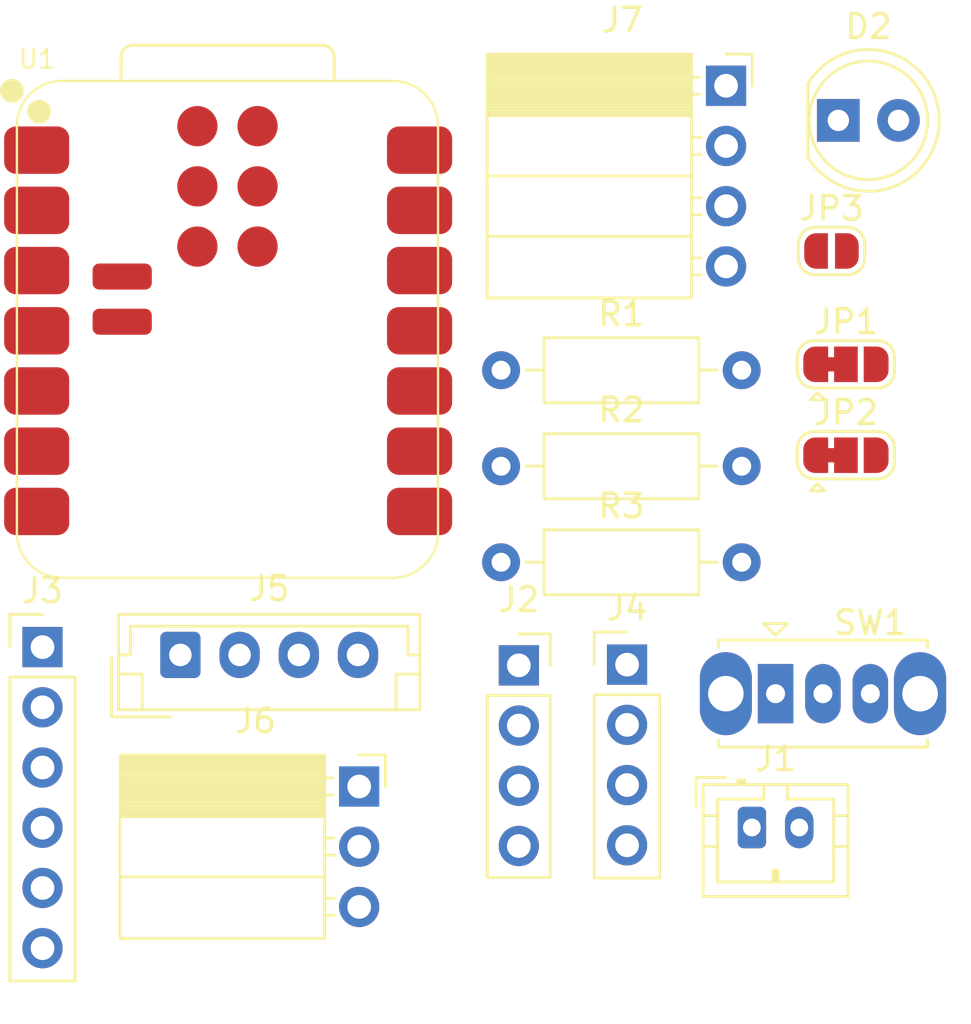
<source format=kicad_pcb>
(kicad_pcb (version 20241229) (generator "pcbnew") (generator_version "9.0")
  (layers (0 "F.Cu" signal) (2 "B.Cu" signal) (13 "F.Paste" user) (15 "B.Paste" user) (5 "F.SilkS" user "F.Silkscreen") (7 "B.SilkS" user "B.Silkscreen") (1 "F.Mask" user) (3 "B.Mask" user) (25 "Edge.Cuts" user))
  (net 0 "")
  (net 1 "GND")
  (net 2 "Net-(D2-A)")
  (net 3 "Net-(J1-Pin_1)")
  (net 4 "Net-(J2-Pin_2)")
  (net 5 "Net-(J2-Pin_1)")
  (net 6 "Net-(J2-Pin_3)")
  (net 7 "Net-(J2-Pin_4)")
  (net 8 "+3V3")
  (net 9 "Net-(J3-Pin_5)")
  (net 10 "Net-(J3-Pin_4)")
  (net 11 "Net-(J3-Pin_6)")
  (net 12 "Net-(J3-Pin_3)")
  (net 13 "Net-(J4-Pin_1)")
  (net 15 "+5V")
  (net 17 "Net-(J6-Pin_2)")
  (net 19 "Net-(J7-Pin_4)")
  (net 20 "Net-(JP3-B)")
  (net 21 "Net-(U1-D3)")
  (net 22 "/bat+")
  (footprint "Connector_JST:JST_PH_B2B-PH-K_1x02_P2.00mm_Vertical" (layer "F.Cu") (at 160 106.5)
    (property "Reference" "J1" (at 1 -2.9 0) (layer "F.SilkS"))
    (property "Value" "battery")
    (fp_line (start -2.36 -2.11) (end -2.36 -0.86) (stroke (width 0.12)) (layer "F.SilkS"))
    (fp_line (start -2.06 -1.81) (end -2.06 2.91) (stroke (width 0.12)) (layer "F.SilkS"))
    (fp_line (start -2.06 -0.5) (end -1.45 -0.5) (stroke (width 0.12)) (layer "F.SilkS"))
    (fp_line (start -2.06 0.8) (end -1.45 0.8) (stroke (width 0.12)) (layer "F.SilkS"))
    (fp_line (start -2.06 2.91) (end 4.06 2.91) (stroke (width 0.12)) (layer "F.SilkS"))
    (fp_line (start -1.45 -1.2) (end -1.45 2.3) (stroke (width 0.12)) (layer "F.SilkS"))
    (fp_line (start -1.45 2.3) (end 3.45 2.3) (stroke (width 0.12)) (layer "F.SilkS"))
    (fp_line (start -1.11 -2.11) (end -2.36 -2.11) (stroke (width 0.12)) (layer "F.SilkS"))
    (fp_line (start -0.6 -2.01) (end -0.6 -1.81) (stroke (width 0.12)) (layer "F.SilkS"))
    (fp_line (start -0.3 -2.01) (end -0.6 -2.01) (stroke (width 0.12)) (layer "F.SilkS"))
    (fp_line (start -0.3 -1.91) (end -0.6 -1.91) (stroke (width 0.12)) (layer "F.SilkS"))
    (fp_line (start -0.3 -1.81) (end -0.3 -2.01) (stroke (width 0.12)) (layer "F.SilkS"))
    (fp_line (start 0.5 -1.81) (end 0.5 -1.2) (stroke (width 0.12)) (layer "F.SilkS"))
    (fp_line (start 0.5 -1.2) (end -1.45 -1.2) (stroke (width 0.12)) (layer "F.SilkS"))
    (fp_line (start 0.9 1.8) (end 1.1 1.8) (stroke (width 0.12)) (layer "F.SilkS"))
    (fp_line (start 0.9 2.3) (end 0.9 1.8) (stroke (width 0.12)) (layer "F.SilkS"))
    (fp_line (start 1 2.3) (end 1 1.8) (stroke (width 0.12)) (layer "F.SilkS"))
    (fp_line (start 1.1 1.8) (end 1.1 2.3) (stroke (width 0.12)) (layer "F.SilkS"))
    (fp_line (start 1.5 -1.2) (end 1.5 -1.81) (stroke (width 0.12)) (layer "F.SilkS"))
    (fp_line (start 3.45 -1.2) (end 1.5 -1.2) (stroke (width 0.12)) (layer "F.SilkS"))
    (fp_line (start 3.45 2.3) (end 3.45 -1.2) (stroke (width 0.12)) (layer "F.SilkS"))
    (fp_line (start 4.06 -1.81) (end -2.06 -1.81) (stroke (width 0.12)) (layer "F.SilkS"))
    (fp_line (start 4.06 -0.5) (end 3.45 -0.5) (stroke (width 0.12)) (layer "F.SilkS"))
    (fp_line (start 4.06 0.8) (end 3.45 0.8) (stroke (width 0.12)) (layer "F.SilkS"))
    (fp_line (start 4.06 2.91) (end 4.06 -1.81) (stroke (width 0.12)) (layer "F.SilkS"))
    (pad "1" thru_hole roundrect (at 0 0) (size 1.2 1.75) (drill 0.75) (layers "*.Cu" "*.Mask") (roundrect_rratio 0.208333) (net 3 "Net-(J1-Pin_1)"))
    (pad "2" thru_hole oval (at 2 0) (size 1.2 1.75) (drill 0.75) (layers "*.Cu" "*.Mask") (net 1 "GND"))
  )
  (footprint "Resistor_THT:R_Axial_DIN0207_L6.3mm_D2.5mm_P10.16mm_Horizontal" (layer "F.Cu") (at 149.41 91.26)
    (property "Reference" "R2" (at 5.08 -2.37 0) (layer "F.SilkS"))
    (property "Value" "4.7k")
    (fp_line (start 1.04 0) (end 1.81 0) (stroke (width 0.12)) (layer "F.SilkS"))
    (fp_line (start 9.12 0) (end 8.35 0) (stroke (width 0.12)) (layer "F.SilkS"))
    (fp_rect (start 1.81 -1.37) (end 8.35 1.37) (stroke (width 0.12)) (fill no) (layer "F.SilkS"))
    (pad "1" thru_hole circle (at 0 0) (size 1.6 1.6) (drill 0.8) (layers "*.Cu" "*.Mask") (net 21 "Net-(U1-D3)"))
    (pad "2" thru_hole circle (at 10.16 0) (size 1.6 1.6) (drill 0.8) (layers "*.Cu" "*.Mask") (net 1 "GND"))
  )
  (footprint "Resistor_THT:R_Axial_DIN0207_L6.3mm_D2.5mm_P10.16mm_Horizontal" (layer "F.Cu") (at 149.41 87.21)
    (property "Reference" "R1" (at 5.08 -2.37 0) (layer "F.SilkS"))
    (property "Value" "10k")
    (fp_line (start 1.04 0) (end 1.81 0) (stroke (width 0.12)) (layer "F.SilkS"))
    (fp_line (start 9.12 0) (end 8.35 0) (stroke (width 0.12)) (layer "F.SilkS"))
    (fp_rect (start 1.81 -1.37) (end 8.35 1.37) (stroke (width 0.12)) (fill no) (layer "F.SilkS"))
    (pad "1" thru_hole circle (at 0 0) (size 1.6 1.6) (drill 0.8) (layers "*.Cu" "*.Mask") (net 22 "/bat+"))
    (pad "2" thru_hole circle (at 10.16 0) (size 1.6 1.6) (drill 0.8) (layers "*.Cu" "*.Mask") (net 21 "Net-(U1-D3)"))
  )
  (footprint "Jumper:SolderJumper-3_P1.3mm_Bridged12_RoundedPad1.0x1.5mm" (layer "F.Cu") (at 163.97 90.795)
    (property "Reference" "JP2" (at 0 -1.8 0) (layer "F.SilkS"))
    (property "Value" "gnd-vcc")
    (fp_poly (pts (xy -0.9 -0.3) (xy -0.4 -0.3) (xy -0.4 0.3) (xy -0.9 0.3)) (fill yes) (layer "F.Cu"))
    (fp_line (start -2.05 0.3) (end -2.05 -0.3) (stroke (width 0.12)) (layer "F.SilkS"))
    (fp_line (start -1.5 1.5) (end -0.9 1.5) (stroke (width 0.12)) (layer "F.SilkS"))
    (fp_line (start -1.4 -1) (end 1.4 -1) (stroke (width 0.12)) (layer "F.SilkS"))
    (fp_line (start -1.2 1.2) (end -1.5 1.5) (stroke (width 0.12)) (layer "F.SilkS"))
    (fp_line (start -1.2 1.2) (end -0.9 1.5) (stroke (width 0.12)) (layer "F.SilkS"))
    (fp_line (start 1.4 1) (end -1.4 1) (stroke (width 0.12)) (layer "F.SilkS"))
    (fp_line (start 2.05 -0.3) (end 2.05 0.3) (stroke (width 0.12)) (layer "F.SilkS"))
    (fp_arc (start -2.05 -0.3) (mid -1.844975 -0.794975) (end -1.35 -1) (stroke (width 0.12)) (layer "F.SilkS"))
    (fp_arc (start -1.35 1) (mid -1.844975 0.794975) (end -2.05 0.3) (stroke (width 0.12)) (layer "F.SilkS"))
    (fp_arc (start 1.35 -1) (mid 1.844975 -0.794975) (end 2.05 -0.3) (stroke (width 0.12)) (layer "F.SilkS"))
    (fp_arc (start 2.05 0.3) (mid 1.844975 0.794975) (end 1.35 1) (stroke (width 0.12)) (layer "F.SilkS"))
    (pad "1" smd custom (at -1.3 0) (size 1 0.5) (layers "F.Cu" "F.Mask") (net 1 "GND") (options (clearance outline) (anchor rect)) (primitives (gr_circle (center 0 0.25) (end 0.5 0.25) (width 0) (fill yes)) (gr_circle (center 0 -0.25) (end 0.5 -0.25) (width 0) (fill yes)) (gr_poly (pts (xy 0.55 0.75) (xy 0 0.75) (xy 0 -0.75) (xy 0.55 -0.75)) (width 0) (fill yes))))
    (pad "2" smd rect (at 0 0) (size 1 1.5) (layers "F.Cu" "F.Mask") (net 4 "Net-(J2-Pin_2)"))
    (pad "3" smd custom (at 1.3 0) (size 1 0.5) (layers "F.Cu" "F.Mask") (net 8 "+3V3") (options (clearance outline) (anchor rect)) (primitives (gr_circle (center 0 0.25) (end 0.5 0.25) (width 0) (fill yes)) (gr_circle (center 0 -0.25) (end 0.5 -0.25) (width 0) (fill yes)) (gr_poly (pts (xy 0 0.75) (xy -0.55 0.75) (xy -0.55 -0.75) (xy 0 -0.75)) (width 0) (fill yes))))
  )
  (footprint "LED_THT:LED_D5.0mm" (layer "F.Cu") (at 163.65 76.67)
    (property "Reference" "D2" (at 1.27 -3.96 0) (layer "F.SilkS"))
    (property "Value" "LED")
    (fp_line (start -1.29 -1.545) (end -1.29 1.545) (stroke (width 0.12)) (layer "F.SilkS"))
    (fp_arc (start -1.29 -1.54483) (mid 2.071779 -2.880495) (end 4.26 0) (stroke (width 0.12)) (layer "F.SilkS"))
    (fp_arc (start 4.26 0) (mid 2.071779 2.880495) (end -1.29 1.54483) (stroke (width 0.12)) (layer "F.SilkS"))
    (fp_circle (center 1.27 0) (end 3.77 0) (stroke (width 0.12)) (fill no) (layer "F.SilkS"))
    (pad "1" thru_hole rect (at 0 0) (size 1.8 1.8) (drill 0.9) (layers "*.Cu" "*.Mask") (net 1 "GND"))
    (pad "2" thru_hole circle (at 2.54 0) (size 1.8 1.8) (drill 0.9) (layers "*.Cu" "*.Mask") (net 2 "Net-(D2-A)"))
  )
  (footprint "Jumper:SolderJumper-3_P1.3mm_Bridged12_RoundedPad1.0x1.5mm" (layer "F.Cu") (at 163.97 86.96)
    (property "Reference" "JP1" (at 0 -1.8 0) (layer "F.SilkS"))
    (property "Value" "vcc-gnd")
    (fp_poly (pts (xy -0.9 -0.3) (xy -0.4 -0.3) (xy -0.4 0.3) (xy -0.9 0.3)) (fill yes) (layer "F.Cu"))
    (fp_line (start -2.05 0.3) (end -2.05 -0.3) (stroke (width 0.12)) (layer "F.SilkS"))
    (fp_line (start -1.5 1.5) (end -0.9 1.5) (stroke (width 0.12)) (layer "F.SilkS"))
    (fp_line (start -1.4 -1) (end 1.4 -1) (stroke (width 0.12)) (layer "F.SilkS"))
    (fp_line (start -1.2 1.2) (end -1.5 1.5) (stroke (width 0.12)) (layer "F.SilkS"))
    (fp_line (start -1.2 1.2) (end -0.9 1.5) (stroke (width 0.12)) (layer "F.SilkS"))
    (fp_line (start 1.4 1) (end -1.4 1) (stroke (width 0.12)) (layer "F.SilkS"))
    (fp_line (start 2.05 -0.3) (end 2.05 0.3) (stroke (width 0.12)) (layer "F.SilkS"))
    (fp_arc (start -2.05 -0.3) (mid -1.844975 -0.794975) (end -1.35 -1) (stroke (width 0.12)) (layer "F.SilkS"))
    (fp_arc (start -1.35 1) (mid -1.844975 0.794975) (end -2.05 0.3) (stroke (width 0.12)) (layer "F.SilkS"))
    (fp_arc (start 1.35 -1) (mid 1.844975 -0.794975) (end 2.05 -0.3) (stroke (width 0.12)) (layer "F.SilkS"))
    (fp_arc (start 2.05 0.3) (mid 1.844975 0.794975) (end 1.35 1) (stroke (width 0.12)) (layer "F.SilkS"))
    (pad "1" smd custom (at -1.3 0) (size 1 0.5) (layers "F.Cu" "F.Mask") (net 8 "+3V3") (options (clearance outline) (anchor rect)) (primitives (gr_circle (center 0 0.25) (end 0.5 0.25) (width 0) (fill yes)) (gr_circle (center 0 -0.25) (end 0.5 -0.25) (width 0) (fill yes)) (gr_poly (pts (xy 0.55 0.75) (xy 0 0.75) (xy 0 -0.75) (xy 0.55 -0.75)) (width 0) (fill yes))))
    (pad "2" smd rect (at 0 0) (size 1 1.5) (layers "F.Cu" "F.Mask") (net 5 "Net-(J2-Pin_1)"))
    (pad "3" smd custom (at 1.3 0) (size 1 0.5) (layers "F.Cu" "F.Mask") (net 1 "GND") (options (clearance outline) (anchor rect)) (primitives (gr_circle (center 0 0.25) (end 0.5 0.25) (width 0) (fill yes)) (gr_circle (center 0 -0.25) (end 0.5 -0.25) (width 0) (fill yes)) (gr_poly (pts (xy 0 0.75) (xy -0.55 0.75) (xy -0.55 -0.75) (xy 0 -0.75)) (width 0) (fill yes))))
  )
  (footprint "Seeed Studio XIAO Series Library:XIAO-ESP32C3-SMD" (layer "F.Cu") (at 137.804 85.5055)
    (property "Reference" "U1" (at -8.835 -10.96 0) (layer "F.SilkS") (effects (font (size 0.78232 0.78232) (thickness 0.10668)) (justify left bottom)))
    (property "Value" "XIAO ESP32C3")
    (fp_line (start -8.835 8.553) (end -8.835 -8.592) (stroke (width 0.1)) (layer "F.SilkS"))
    (fp_line (start -6.93 10.458) (end 7.04 10.458) (stroke (width 0.1)) (layer "F.SilkS"))
    (fp_line (start -4.44 -10.497) (end -4.436272 -11.507272) (stroke (width 0.127)) (layer "F.SilkS"))
    (fp_line (start -3.936272 -12.007) (end 4.059 -12.007) (stroke (width 0.127)) (layer "F.SilkS"))
    (fp_line (start 4.559 -11.507) (end 4.559 -10.497) (stroke (width 0.127)) (layer "F.SilkS"))
    (fp_line (start 7.04 -10.497) (end -6.93 -10.497) (stroke (width 0.1)) (layer "F.SilkS"))
    (fp_line (start 8.945 8.553) (end 8.945 -8.592) (stroke (width 0.1)) (layer "F.SilkS"))
    (fp_arc (start -8.835 -8.596) (mid -8.277038 -9.943038) (end -6.93 -10.501) (stroke (width 0.1)) (layer "F.SilkS"))
    (fp_arc (start -6.93 10.458) (mid -8.277038 9.900038) (end -8.835 8.553) (stroke (width 0.1)) (layer "F.SilkS"))
    (fp_arc (start -4.436272 -11.507272) (mid -4.289724 -11.860644) (end -3.936272 -12.007) (stroke (width 0.127)) (layer "F.SilkS"))
    (fp_arc (start 4.059 -12.007) (mid 4.412553 -11.860553) (end 4.559 -11.507) (stroke (width 0.127)) (layer "F.SilkS"))
    (fp_arc (start 7.04 -10.497) (mid 8.387038 -9.939038) (end 8.945 -8.592) (stroke (width 0.1)) (layer "F.SilkS"))
    (fp_arc (start 8.945 8.553) (mid 8.387038 9.900038) (end 7.04 10.458) (stroke (width 0.1)) (layer "F.SilkS"))
    (fp_circle (center -9.045 -10.081) (end -9.045 -10.335) (stroke (width 0.5)) (fill yes) (layer "F.SilkS"))
    (fp_circle (center -7.902 -9.201) (end -7.902 -9.455) (stroke (width 0.5)) (fill yes) (layer "F.SilkS"))
    (pad "1" smd roundrect (at -8 -7.58) (size 2.75 2) (layers "F.Cu" "F.Mask" "F.Paste") (net 17 "Net-(J6-Pin_2)"))
    (pad "2" smd roundrect (at -8 -5.04) (size 2.75 2) (layers "F.Cu" "F.Mask" "F.Paste") (net 19 "Net-(J7-Pin_4)"))
    (pad "3" smd roundrect (at -8 -2.5) (size 2.75 2) (layers "F.Cu" "F.Mask" "F.Paste") (net 13 "Net-(J4-Pin_1)"))
    (pad "4" smd roundrect (at -8 0.04) (size 2.75 2) (layers "F.Cu" "F.Mask" "F.Paste") (net 21 "Net-(U1-D3)"))
    (pad "5" smd roundrect (at -8 2.58) (size 2.75 2) (layers "F.Cu" "F.Mask" "F.Paste") (net 7 "Net-(J2-Pin_4)"))
    (pad "6" smd roundrect (at -8 5.12) (size 2.75 2) (layers "F.Cu" "F.Mask" "F.Paste") (net 6 "Net-(J2-Pin_3)"))
    (pad "7" smd roundrect (at -8 7.66) (size 2.75 2) (layers "F.Cu" "F.Mask" "F.Paste"))
    (pad "8" smd roundrect (at 8.165 7.66) (size 2.75 2) (layers "F.Cu" "F.Mask" "F.Paste") (net 11 "Net-(J3-Pin_6)"))
    (pad "9" smd roundrect (at 8.165 5.12) (size 2.75 2) (layers "F.Cu" "F.Mask" "F.Paste") (net 9 "Net-(J3-Pin_5)"))
    (pad "10" smd roundrect (at 8.165 2.58) (size 2.75 2) (layers "F.Cu" "F.Mask" "F.Paste") (net 12 "Net-(J3-Pin_3)"))
    (pad "11" smd roundrect (at 8.165 0.04) (size 2.75 2) (layers "F.Cu" "F.Mask" "F.Paste") (net 10 "Net-(J3-Pin_4)"))
    (pad "12" smd roundrect (at 8.165 -2.5) (size 2.75 2) (layers "F.Cu" "F.Mask" "F.Paste") (net 8 "+3V3"))
    (pad "13" smd roundrect (at 8.165 -5.04) (size 2.75 2) (layers "F.Cu" "F.Mask" "F.Paste") (net 1 "GND"))
    (pad "14" smd roundrect (at 8.165 -7.58) (size 2.75 2) (layers "F.Cu" "F.Mask" "F.Paste") (net 15 "+5V"))
    (pad "15" smd roundrect (at -4.39 -0.342 180) (size 2.5 1.1) (layers "F.Cu" "F.Mask" "F.Paste") (net 22 "/bat+"))
    (pad "16" smd roundrect (at -4.39 -2.247 180) (size 2.5 1.1) (layers "F.Cu" "F.Mask" "F.Paste") (net 1 "GND"))
    (pad "17" smd circle (at -1.215 -8.592) (size 1.7 1.7) (layers "F.Cu" "F.Mask" "F.Paste"))
    (pad "18" smd circle (at 1.325 -8.592) (size 1.7 1.7) (layers "F.Cu" "F.Mask" "F.Paste"))
    (pad "19" smd circle (at -1.215 -6.052) (size 1.7 1.7) (layers "F.Cu" "F.Mask" "F.Paste"))
    (pad "20" smd circle (at 1.325 -6.052) (size 1.7 1.7) (layers "F.Cu" "F.Mask" "F.Paste"))
    (pad "21" smd circle (at -1.215 -3.512) (size 1.7 1.7) (layers "F.Cu" "F.Mask" "F.Paste"))
    (pad "22" smd circle (at 1.325 -3.512) (size 1.7 1.7) (layers "F.Cu" "F.Mask" "F.Paste"))
  )
  (footprint "Connector_JST:JST_EH_B4B-EH-A_1x04_P2.50mm_Vertical" (layer "F.Cu") (at 135.87 99.22)
    (property "Reference" "J5" (at 3.75 -2.8 0) (layer "F.SilkS"))
    (property "Value" "WS2812B")
    (fp_line (start -2.91 0.11) (end -2.91 2.61) (stroke (width 0.12)) (layer "F.SilkS"))
    (fp_line (start -2.91 2.61) (end -0.41 2.61) (stroke (width 0.12)) (layer "F.SilkS"))
    (fp_line (start -2.61 -1.71) (end -2.61 2.31) (stroke (width 0.12)) (layer "F.SilkS"))
    (fp_line (start -2.61 0) (end -2.11 0) (stroke (width 0.12)) (layer "F.SilkS"))
    (fp_line (start -2.61 0.81) (end -1.61 0.81) (stroke (width 0.12)) (layer "F.SilkS"))
    (fp_line (start -2.61 2.31) (end 10.11 2.31) (stroke (width 0.12)) (layer "F.SilkS"))
    (fp_line (start -2.11 -1.21) (end 9.61 -1.21) (stroke (width 0.12)) (layer "F.SilkS"))
    (fp_line (start -2.11 0) (end -2.11 -1.21) (stroke (width 0.12)) (layer "F.SilkS"))
    (fp_line (start -1.61 0.81) (end -1.61 2.31) (stroke (width 0.12)) (layer "F.SilkS"))
    (fp_line (start 9.11 0.81) (end 9.11 2.31) (stroke (width 0.12)) (layer "F.SilkS"))
    (fp_line (start 9.61 -1.21) (end 9.61 0) (stroke (width 0.12)) (layer "F.SilkS"))
    (fp_line (start 9.61 0) (end 10.11 0) (stroke (width 0.12)) (layer "F.SilkS"))
    (fp_line (start 10.11 -1.71) (end -2.61 -1.71) (stroke (width 0.12)) (layer "F.SilkS"))
    (fp_line (start 10.11 0.81) (end 9.11 0.81) (stroke (width 0.12)) (layer "F.SilkS"))
    (fp_line (start 10.11 2.31) (end 10.11 -1.71) (stroke (width 0.12)) (layer "F.SilkS"))
    (pad "1" thru_hole roundrect (at 0 0) (size 1.7 1.95) (drill 0.95) (layers "*.Cu" "*.Mask") (roundrect_rratio 0.147059) (net 13 "Net-(J4-Pin_1)"))
    (pad "2" thru_hole oval (at 2.5 0) (size 1.7 1.95) (drill 0.95) (layers "*.Cu" "*.Mask") (net 15 "+5V"))
    (pad "3" thru_hole oval (at 5 0) (size 1.7 1.95) (drill 0.95) (layers "*.Cu" "*.Mask") (net 1 "GND"))
    (pad "4" thru_hole oval (at 7.5 0) (size 1.7 1.95) (drill 0.95) (layers "*.Cu" "*.Mask"))
  )
  (footprint "Button_Switch_THT:SW_Slide_SPDT_Straight_CK_OS102011MS2Q" (layer "F.Cu") (at 161 100.855)
    (property "Reference" "SW1" (at 3.99 -2.99 0) (layer "F.SilkS"))
    (property "Value" "SW_SPDT")
    (fp_line (start -2.41 -2.26) (end 6.41 -2.26) (stroke (width 0.12)) (layer "F.SilkS"))
    (fp_line (start -2.41 -1.95) (end -2.41 -2.26) (stroke (width 0.12)) (layer "F.SilkS"))
    (fp_line (start -2.41 2.26) (end -2.41 1.95) (stroke (width 0.12)) (layer "F.SilkS"))
    (fp_line (start -0.5 -2.96) (end 0 -2.46) (stroke (width 0.12)) (layer "F.SilkS"))
    (fp_line (start 0 -2.46) (end 0.5 -2.96) (stroke (width 0.12)) (layer "F.SilkS"))
    (fp_line (start 0.5 -2.96) (end -0.5 -2.96) (stroke (width 0.12)) (layer "F.SilkS"))
    (fp_line (start 6.41 -2.26) (end 6.41 -1.95) (stroke (width 0.12)) (layer "F.SilkS"))
    (fp_line (start 6.41 2.26) (end -2.41 2.26) (stroke (width 0.12)) (layer "F.SilkS"))
    (fp_line (start 6.41 2.26) (end 6.41 1.95) (stroke (width 0.12)) (layer "F.SilkS"))
    (pad "" thru_hole oval (at -2.1 0) (size 2.2 3.5) (drill 1.5) (layers "*.Cu" "*.Mask"))
    (pad "" thru_hole oval (at 6.1 0) (size 2.2 3.5) (drill 1.5) (layers "*.Cu" "*.Mask"))
    (pad "1" thru_hole rect (at 0 0) (size 1.5 2.5) (drill 0.8) (layers "*.Cu" "*.Mask"))
    (pad "2" thru_hole oval (at 2 0) (size 1.5 2.5) (drill 0.8) (layers "*.Cu" "*.Mask") (net 3 "Net-(J1-Pin_1)"))
    (pad "3" thru_hole oval (at 4 0) (size 1.5 2.5) (drill 0.8) (layers "*.Cu" "*.Mask") (net 22 "/bat+"))
  )
  (footprint "Resistor_THT:R_Axial_DIN0207_L6.3mm_D2.5mm_P10.16mm_Horizontal" (layer "F.Cu") (at 149.41 95.31)
    (property "Reference" "R3" (at 5.08 -2.37 0) (layer "F.SilkS"))
    (property "Value" "220o")
    (fp_line (start 1.04 0) (end 1.81 0) (stroke (width 0.12)) (layer "F.SilkS"))
    (fp_line (start 9.12 0) (end 8.35 0) (stroke (width 0.12)) (layer "F.SilkS"))
    (fp_rect (start 1.81 -1.37) (end 8.35 1.37) (stroke (width 0.12)) (fill no) (layer "F.SilkS"))
    (pad "1" thru_hole circle (at 0 0) (size 1.6 1.6) (drill 0.8) (layers "*.Cu" "*.Mask") (net 20 "Net-(JP3-B)"))
    (pad "2" thru_hole circle (at 10.16 0) (size 1.6 1.6) (drill 0.8) (layers "*.Cu" "*.Mask") (net 2 "Net-(D2-A)"))
  )
  (footprint "Connector_PinHeader_2.54mm:PinHeader_1x06_P2.54mm_Vertical" (layer "F.Cu") (at 130.05 98.89)
    (property "Reference" "J3" (at 0 -2.38 0) (layer "F.SilkS"))
    (property "Value" "spi")
    (fp_line (start -1.38 -1.38) (end 0 -1.38) (stroke (width 0.12)) (layer "F.SilkS"))
    (fp_line (start -1.38 0) (end -1.38 -1.38) (stroke (width 0.12)) (layer "F.SilkS"))
    (fp_line (start -1.38 1.27) (end -1.38 14.08) (stroke (width 0.12)) (layer "F.SilkS"))
    (fp_line (start -1.38 1.27) (end 1.38 1.27) (stroke (width 0.12)) (layer "F.SilkS"))
    (fp_line (start -1.38 14.08) (end 1.38 14.08) (stroke (width 0.12)) (layer "F.SilkS"))
    (fp_line (start 1.38 1.27) (end 1.38 14.08) (stroke (width 0.12)) (layer "F.SilkS"))
    (pad "1" thru_hole rect (at 0 0) (size 1.7 1.7) (drill 1) (layers "*.Cu" "*.Mask") (net 8 "+3V3"))
    (pad "2" thru_hole circle (at 0 2.54) (size 1.7 1.7) (drill 1) (layers "*.Cu" "*.Mask") (net 1 "GND"))
    (pad "3" thru_hole circle (at 0 5.08) (size 1.7 1.7) (drill 1) (layers "*.Cu" "*.Mask") (net 12 "Net-(J3-Pin_3)"))
    (pad "4" thru_hole circle (at 0 7.62) (size 1.7 1.7) (drill 1) (layers "*.Cu" "*.Mask") (net 10 "Net-(J3-Pin_4)"))
    (pad "5" thru_hole circle (at 0 10.16) (size 1.7 1.7) (drill 1) (layers "*.Cu" "*.Mask") (net 9 "Net-(J3-Pin_5)"))
    (pad "6" thru_hole circle (at 0 12.7) (size 1.7 1.7) (drill 1) (layers "*.Cu" "*.Mask") (net 11 "Net-(J3-Pin_6)"))
  )
  (footprint "Connector_PinSocket_2.54mm:PinSocket_1x04_P2.54mm_Horizontal" (layer "F.Cu") (at 158.91 75.21)
    (property "Reference" "J7" (at -4.38 -2.77 0) (layer "F.SilkS"))
    (property "Value" "mq module")
    (fp_line (start -10.09 -1.33) (end -10.09 8.95) (stroke (width 0.12)) (layer "F.SilkS"))
    (fp_line (start -10.09 -1.33) (end -1.46 -1.33) (stroke (width 0.12)) (layer "F.SilkS"))
    (fp_line (start -10.09 -1.21) (end -1.46 -1.21) (stroke (width 0.12)) (layer "F.SilkS"))
    (fp_line (start -10.09 -1.091905) (end -1.46 -1.091905) (stroke (width 0.12)) (layer "F.SilkS"))
    (fp_line (start -10.09 -0.97381) (end -1.46 -0.97381) (stroke (width 0.12)) (layer "F.SilkS"))
    (fp_line (start -10.09 -0.855715) (end -1.46 -0.855715) (stroke (width 0.12)) (layer "F.SilkS"))
    (fp_line (start -10.09 -0.73762) (end -1.46 -0.73762) (stroke (width 0.12)) (layer "F.SilkS"))
    (fp_line (start -10.09 -0.619525) (end -1.46 -0.619525) (stroke (width 0.12)) (layer "F.SilkS"))
    (fp_line (start -10.09 -0.50143) (end -1.46 -0.50143) (stroke (width 0.12)) (layer "F.SilkS"))
    (fp_line (start -10.09 -0.383335) (end -1.46 -0.383335) (stroke (width 0.12)) (layer "F.SilkS"))
    (fp_line (start -10.09 -0.26524) (end -1.46 -0.26524) (stroke (width 0.12)) (layer "F.SilkS"))
    (fp_line (start -10.09 -0.147145) (end -1.46 -0.147145) (stroke (width 0.12)) (layer "F.SilkS"))
    (fp_line (start -10.09 -0.02905) (end -1.46 -0.02905) (stroke (width 0.12)) (layer "F.SilkS"))
    (fp_line (start -10.09 0.089045) (end -1.46 0.089045) (stroke (width 0.12)) (layer "F.SilkS"))
    (fp_line (start -10.09 0.20714) (end -1.46 0.20714) (stroke (width 0.12)) (layer "F.SilkS"))
    (fp_line (start -10.09 0.325235) (end -1.46 0.325235) (stroke (width 0.12)) (layer "F.SilkS"))
    (fp_line (start -10.09 0.44333) (end -1.46 0.44333) (stroke (width 0.12)) (layer "F.SilkS"))
    (fp_line (start -10.09 0.561425) (end -1.46 0.561425) (stroke (width 0.12)) (layer "F.SilkS"))
    (fp_line (start -10.09 0.67952) (end -1.46 0.67952) (stroke (width 0.12)) (layer "F.SilkS"))
    (fp_line (start -10.09 0.797615) (end -1.46 0.797615) (stroke (width 0.12)) (layer "F.SilkS"))
    (fp_line (start -10.09 0.91571) (end -1.46 0.91571) (stroke (width 0.12)) (layer "F.SilkS"))
    (fp_line (start -10.09 1.033805) (end -1.46 1.033805) (stroke (width 0.12)) (layer "F.SilkS"))
    (fp_line (start -10.09 1.1519) (end -1.46 1.1519) (stroke (width 0.12)) (layer "F.SilkS"))
    (fp_line (start -10.09 1.27) (end -1.46 1.27) (stroke (width 0.12)) (layer "F.SilkS"))
    (fp_line (start -10.09 3.81) (end -1.46 3.81) (stroke (width 0.12)) (layer "F.SilkS"))
    (fp_line (start -10.09 6.35) (end -1.46 6.35) (stroke (width 0.12)) (layer "F.SilkS"))
    (fp_line (start -10.09 8.95) (end -1.46 8.95) (stroke (width 0.12)) (layer "F.SilkS"))
    (fp_line (start -1.46 -1.33) (end -1.46 8.95) (stroke (width 0.12)) (layer "F.SilkS"))
    (fp_line (start -1.46 -0.36) (end -1.11 -0.36) (stroke (width 0.12)) (layer "F.SilkS"))
    (fp_line (start -1.46 0.36) (end -1.11 0.36) (stroke (width 0.12)) (layer "F.SilkS"))
    (fp_line (start -1.46 2.18) (end -1.05 2.18) (stroke (width 0.12)) (layer "F.SilkS"))
    (fp_line (start -1.46 2.9) (end -1.05 2.9) (stroke (width 0.12)) (layer "F.SilkS"))
    (fp_line (start -1.46 4.72) (end -1.05 4.72) (stroke (width 0.12)) (layer "F.SilkS"))
    (fp_line (start -1.46 5.44) (end -1.05 5.44) (stroke (width 0.12)) (layer "F.SilkS"))
    (fp_line (start -1.46 7.26) (end -1.05 7.26) (stroke (width 0.12)) (layer "F.SilkS"))
    (fp_line (start -1.46 7.98) (end -1.05 7.98) (stroke (width 0.12)) (layer "F.SilkS"))
    (fp_line (start 0 -1.33) (end 1.11 -1.33) (stroke (width 0.12)) (layer "F.SilkS"))
    (fp_line (start 1.11 -1.33) (end 1.11 0) (stroke (width 0.12)) (layer "F.SilkS"))
    (pad "1" thru_hole rect (at 0 0) (size 1.7 1.7) (drill 1) (layers "*.Cu" "*.Mask") (net 15 "+5V"))
    (pad "2" thru_hole circle (at 0 2.54) (size 1.7 1.7) (drill 1) (layers "*.Cu" "*.Mask") (net 1 "GND"))
    (pad "3" thru_hole circle (at 0 5.08) (size 1.7 1.7) (drill 1) (layers "*.Cu" "*.Mask"))
    (pad "4" thru_hole circle (at 0 7.62) (size 1.7 1.7) (drill 1) (layers "*.Cu" "*.Mask") (net 19 "Net-(J7-Pin_4)"))
  )
  (footprint "Connector_PinHeader_2.54mm:PinHeader_1x04_P2.54mm_Vertical" (layer "F.Cu") (at 154.73 99.63)
    (property "Reference" "J4" (at 0 -2.38 0) (layer "F.SilkS"))
    (property "Value" "WS2812B")
    (fp_line (start -1.38 -1.38) (end 0 -1.38) (stroke (width 0.12)) (layer "F.SilkS"))
    (fp_line (start -1.38 0) (end -1.38 -1.38) (stroke (width 0.12)) (layer "F.SilkS"))
    (fp_line (start -1.38 1.27) (end -1.38 9) (stroke (width 0.12)) (layer "F.SilkS"))
    (fp_line (start -1.38 1.27) (end 1.38 1.27) (stroke (width 0.12)) (layer "F.SilkS"))
    (fp_line (start -1.38 9) (end 1.38 9) (stroke (width 0.12)) (layer "F.SilkS"))
    (fp_line (start 1.38 1.27) (end 1.38 9) (stroke (width 0.12)) (layer "F.SilkS"))
    (pad "1" thru_hole rect (at 0 0) (size 1.7 1.7) (drill 1) (layers "*.Cu" "*.Mask") (net 13 "Net-(J4-Pin_1)"))
    (pad "2" thru_hole circle (at 0 2.54) (size 1.7 1.7) (drill 1) (layers "*.Cu" "*.Mask") (net 15 "+5V"))
    (pad "3" thru_hole circle (at 0 5.08) (size 1.7 1.7) (drill 1) (layers "*.Cu" "*.Mask") (net 1 "GND"))
    (pad "4" thru_hole circle (at 0 7.62) (size 1.7 1.7) (drill 1) (layers "*.Cu" "*.Mask"))
  )
  (footprint "Connector_PinSocket_2.54mm:PinSocket_1x03_P2.54mm_Horizontal" (layer "F.Cu") (at 143.42 104.77)
    (property "Reference" "J6" (at -4.38 -2.77 0) (layer "F.SilkS"))
    (property "Value" "dht11 module")
    (fp_line (start -10.09 -1.33) (end -10.09 6.41) (stroke (width 0.12)) (layer "F.SilkS"))
    (fp_line (start -10.09 -1.33) (end -1.46 -1.33) (stroke (width 0.12)) (layer "F.SilkS"))
    (fp_line (start -10.09 -1.21) (end -1.46 -1.21) (stroke (width 0.12)) (layer "F.SilkS"))
    (fp_line (start -10.09 -1.091905) (end -1.46 -1.091905) (stroke (width 0.12)) (layer "F.SilkS"))
    (fp_line (start -10.09 -0.97381) (end -1.46 -0.97381) (stroke (width 0.12)) (layer "F.SilkS"))
    (fp_line (start -10.09 -0.855715) (end -1.46 -0.855715) (stroke (width 0.12)) (layer "F.SilkS"))
    (fp_line (start -10.09 -0.73762) (end -1.46 -0.73762) (stroke (width 0.12)) (layer "F.SilkS"))
    (fp_line (start -10.09 -0.619525) (end -1.46 -0.619525) (stroke (width 0.12)) (layer "F.SilkS"))
    (fp_line (start -10.09 -0.50143) (end -1.46 -0.50143) (stroke (width 0.12)) (layer "F.SilkS"))
    (fp_line (start -10.09 -0.383335) (end -1.46 -0.383335) (stroke (width 0.12)) (layer "F.SilkS"))
    (fp_line (start -10.09 -0.26524) (end -1.46 -0.26524) (stroke (width 0.12)) (layer "F.SilkS"))
    (fp_line (start -10.09 -0.147145) (end -1.46 -0.147145) (stroke (width 0.12)) (layer "F.SilkS"))
    (fp_line (start -10.09 -0.02905) (end -1.46 -0.02905) (stroke (width 0.12)) (layer "F.SilkS"))
    (fp_line (start -10.09 0.089045) (end -1.46 0.089045) (stroke (width 0.12)) (layer "F.SilkS"))
    (fp_line (start -10.09 0.20714) (end -1.46 0.20714) (stroke (width 0.12)) (layer "F.SilkS"))
    (fp_line (start -10.09 0.325235) (end -1.46 0.325235) (stroke (width 0.12)) (layer "F.SilkS"))
    (fp_line (start -10.09 0.44333) (end -1.46 0.44333) (stroke (width 0.12)) (layer "F.SilkS"))
    (fp_line (start -10.09 0.561425) (end -1.46 0.561425) (stroke (width 0.12)) (layer "F.SilkS"))
    (fp_line (start -10.09 0.67952) (end -1.46 0.67952) (stroke (width 0.12)) (layer "F.SilkS"))
    (fp_line (start -10.09 0.797615) (end -1.46 0.797615) (stroke (width 0.12)) (layer "F.SilkS"))
    (fp_line (start -10.09 0.91571) (end -1.46 0.91571) (stroke (width 0.12)) (layer "F.SilkS"))
    (fp_line (start -10.09 1.033805) (end -1.46 1.033805) (stroke (width 0.12)) (layer "F.SilkS"))
    (fp_line (start -10.09 1.1519) (end -1.46 1.1519) (stroke (width 0.12)) (layer "F.SilkS"))
    (fp_line (start -10.09 1.27) (end -1.46 1.27) (stroke (width 0.12)) (layer "F.SilkS"))
    (fp_line (start -10.09 3.81) (end -1.46 3.81) (stroke (width 0.12)) (layer "F.SilkS"))
    (fp_line (start -10.09 6.41) (end -1.46 6.41) (stroke (width 0.12)) (layer "F.SilkS"))
    (fp_line (start -1.46 -1.33) (end -1.46 6.41) (stroke (width 0.12)) (layer "F.SilkS"))
    (fp_line (start -1.46 -0.36) (end -1.11 -0.36) (stroke (width 0.12)) (layer "F.SilkS"))
    (fp_line (start -1.46 0.36) (end -1.11 0.36) (stroke (width 0.12)) (layer "F.SilkS"))
    (fp_line (start -1.46 2.18) (end -1.05 2.18) (stroke (width 0.12)) (layer "F.SilkS"))
    (fp_line (start -1.46 2.9) (end -1.05 2.9) (stroke (width 0.12)) (layer "F.SilkS"))
    (fp_line (start -1.46 4.72) (end -1.05 4.72) (stroke (width 0.12)) (layer "F.SilkS"))
    (fp_line (start -1.46 5.44) (end -1.05 5.44) (stroke (width 0.12)) (layer "F.SilkS"))
    (fp_line (start 0 -1.33) (end 1.11 -1.33) (stroke (width 0.12)) (layer "F.SilkS"))
    (fp_line (start 1.11 -1.33) (end 1.11 0) (stroke (width 0.12)) (layer "F.SilkS"))
    (pad "1" thru_hole rect (at 0 0) (size 1.7 1.7) (drill 1) (layers "*.Cu" "*.Mask") (net 8 "+3V3"))
    (pad "2" thru_hole circle (at 0 2.54) (size 1.7 1.7) (drill 1) (layers "*.Cu" "*.Mask") (net 17 "Net-(J6-Pin_2)"))
    (pad "3" thru_hole circle (at 0 5.08) (size 1.7 1.7) (drill 1) (layers "*.Cu" "*.Mask") (net 1 "GND"))
  )
  (footprint "Jumper:SolderJumper-2_P1.3mm_Open_RoundedPad1.0x1.5mm" (layer "F.Cu") (at 163.36 82.18)
    (property "Reference" "JP3" (at 0 -1.8 0) (layer "F.SilkS"))
    (property "Value" "Jumper_2_Open")
    (fp_line (start -1.4 0.3) (end -1.4 -0.3) (stroke (width 0.12)) (layer "F.SilkS"))
    (fp_line (start -0.7 -1) (end 0.7 -1) (stroke (width 0.12)) (layer "F.SilkS"))
    (fp_line (start 0.7 1) (end -0.7 1) (stroke (width 0.12)) (layer "F.SilkS"))
    (fp_line (start 1.4 -0.3) (end 1.4 0.3) (stroke (width 0.12)) (layer "F.SilkS"))
    (fp_arc (start -1.4 -0.3) (mid -1.194975 -0.794975) (end -0.7 -1) (stroke (width 0.12)) (layer "F.SilkS"))
    (fp_arc (start -0.7 1) (mid -1.194975 0.794975) (end -1.4 0.3) (stroke (width 0.12)) (layer "F.SilkS"))
    (fp_arc (start 0.7 -1) (mid 1.194975 -0.794975) (end 1.4 -0.3) (stroke (width 0.12)) (layer "F.SilkS"))
    (fp_arc (start 1.4 0.3) (mid 1.194975 0.794975) (end 0.7 1) (stroke (width 0.12)) (layer "F.SilkS"))
    (pad "1" smd custom (at -0.65 0) (size 1 0.5) (layers "F.Cu" "F.Mask") (net 8 "+3V3") (options (clearance outline) (anchor rect)) (primitives (gr_circle (center 0 0.25) (end 0.5 0.25) (width 0) (fill yes)) (gr_circle (center 0 -0.25) (end 0.5 -0.25) (width 0) (fill yes)) (gr_poly (pts (xy 0.5 0.75) (xy 0 0.75) (xy 0 -0.75) (xy 0.5 -0.75)) (width 0) (fill yes))))
    (pad "2" smd custom (at 0.65 0) (size 1 0.5) (layers "F.Cu" "F.Mask") (net 20 "Net-(JP3-B)") (options (clearance outline) (anchor rect)) (primitives (gr_circle (center 0 0.25) (end 0.5 0.25) (width 0) (fill yes)) (gr_circle (center 0 -0.25) (end 0.5 -0.25) (width 0) (fill yes)) (gr_poly (pts (xy 0 0.75) (xy -0.5 0.75) (xy -0.5 -0.75) (xy 0 -0.75)) (width 0) (fill yes))))
  )
  (footprint "Connector_PinSocket_2.54mm:PinSocket_1x04_P2.54mm_Vertical" (layer "F.Cu") (at 150.16 99.66)
    (property "Reference" "J2" (at 0 -2.77 0) (layer "F.SilkS"))
    (property "Value" "i2c")
    (fp_line (start -1.33 1.27) (end -1.33 8.95) (stroke (width 0.12)) (layer "F.SilkS"))
    (fp_line (start -1.33 1.27) (end 1.33 1.27) (stroke (width 0.12)) (layer "F.SilkS"))
    (fp_line (start -1.33 8.95) (end 1.33 8.95) (stroke (width 0.12)) (layer "F.SilkS"))
    (fp_line (start 0 -1.33) (end 1.33 -1.33) (stroke (width 0.12)) (layer "F.SilkS"))
    (fp_line (start 1.33 -1.33) (end 1.33 0) (stroke (width 0.12)) (layer "F.SilkS"))
    (fp_line (start 1.33 1.27) (end 1.33 8.95) (stroke (width 0.12)) (layer "F.SilkS"))
    (pad "1" thru_hole rect (at 0 0) (size 1.7 1.7) (drill 1) (layers "*.Cu" "*.Mask") (net 5 "Net-(J2-Pin_1)"))
    (pad "2" thru_hole circle (at 0 2.54) (size 1.7 1.7) (drill 1) (layers "*.Cu" "*.Mask") (net 4 "Net-(J2-Pin_2)"))
    (pad "3" thru_hole circle (at 0 5.08) (size 1.7 1.7) (drill 1) (layers "*.Cu" "*.Mask") (net 6 "Net-(J2-Pin_3)"))
    (pad "4" thru_hole circle (at 0 7.62) (size 1.7 1.7) (drill 1) (layers "*.Cu" "*.Mask") (net 7 "Net-(J2-Pin_4)"))
  )
)
</source>
